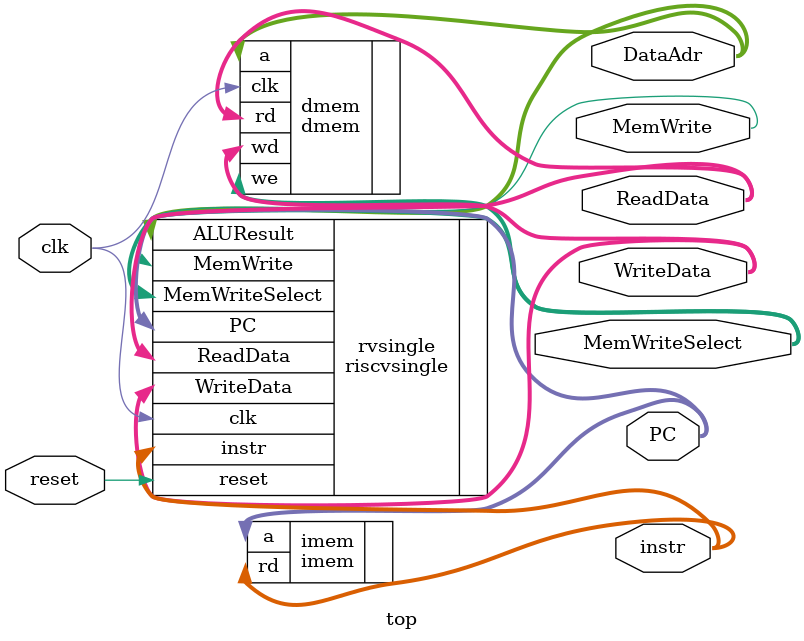
<source format=sv>
module top
    (
        input   logic           clk, reset,
        output  logic [31:0]    WriteData, DataAdr,
        output  logic           MemWrite,
        output  logic [3:0]     MemWriteSelect,
        output  logic [31:0]    PC, instr, ReadData
    );
    
    //logic [31:0] PC, instr, ReadData;
    
    //  instantiate processor and memories
    riscvsingle rvsingle(.clk, .reset, .PC, .instr,
                        .MemWrite, .MemWriteSelect, .ALUResult(DataAdr), .WriteData, .ReadData);
    imem imem(.a(PC), .rd(instr));
    dmem dmem(.clk, .we(MemWriteSelect), .a(DataAdr), .wd(WriteData), .rd(ReadData));
endmodule

</source>
